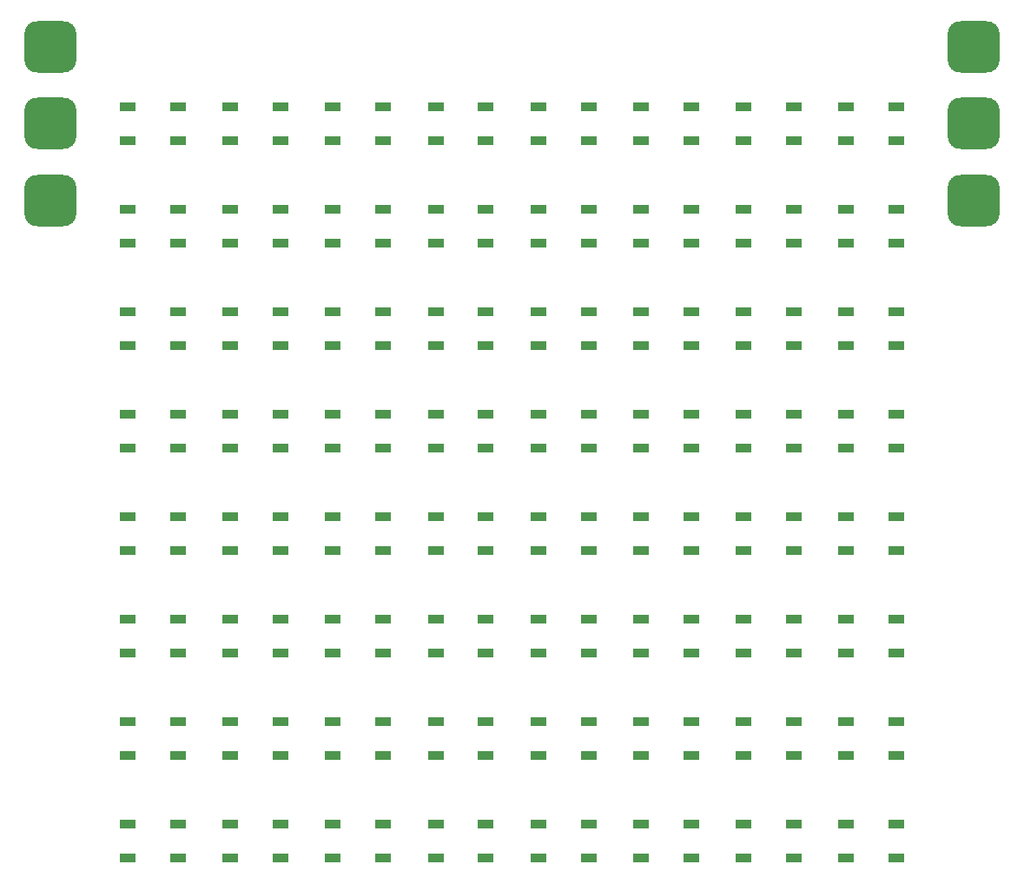
<source format=gtp>
G04 #@! TF.GenerationSoftware,KiCad,Pcbnew,8.0.4*
G04 #@! TF.CreationDate,2024-08-04T14:27:04+02:00*
G04 #@! TF.ProjectId,Neopixel,4e656f70-6978-4656-9c2e-6b696361645f,rev?*
G04 #@! TF.SameCoordinates,Original*
G04 #@! TF.FileFunction,Paste,Top*
G04 #@! TF.FilePolarity,Positive*
%FSLAX46Y46*%
G04 Gerber Fmt 4.6, Leading zero omitted, Abs format (unit mm)*
G04 Created by KiCad (PCBNEW 8.0.4) date 2024-08-04 14:27:04*
%MOMM*%
%LPD*%
G01*
G04 APERTURE LIST*
G04 Aperture macros list*
%AMRoundRect*
0 Rectangle with rounded corners*
0 $1 Rounding radius*
0 $2 $3 $4 $5 $6 $7 $8 $9 X,Y pos of 4 corners*
0 Add a 4 corners polygon primitive as box body*
4,1,4,$2,$3,$4,$5,$6,$7,$8,$9,$2,$3,0*
0 Add four circle primitives for the rounded corners*
1,1,$1+$1,$2,$3*
1,1,$1+$1,$4,$5*
1,1,$1+$1,$6,$7*
1,1,$1+$1,$8,$9*
0 Add four rect primitives between the rounded corners*
20,1,$1+$1,$2,$3,$4,$5,0*
20,1,$1+$1,$4,$5,$6,$7,0*
20,1,$1+$1,$6,$7,$8,$9,0*
20,1,$1+$1,$8,$9,$2,$3,0*%
G04 Aperture macros list end*
%ADD10R,1.500000X0.900000*%
%ADD11RoundRect,1.250000X-1.285750X-1.250000X1.285750X-1.250000X1.285750X1.250000X-1.285750X1.250000X0*%
G04 APERTURE END LIST*
D10*
G04 #@! TO.C,D49*
X87450000Y-26650000D03*
X87450000Y-23350000D03*
X82550000Y-23350000D03*
X82550000Y-26650000D03*
G04 #@! TD*
G04 #@! TO.C,D57*
X97450000Y-96650000D03*
X97450000Y-93350000D03*
X92550000Y-93350000D03*
X92550000Y-96650000D03*
G04 #@! TD*
G04 #@! TO.C,D23*
X47450000Y-86650000D03*
X47450000Y-83350000D03*
X42550000Y-83350000D03*
X42550000Y-86650000D03*
G04 #@! TD*
G04 #@! TO.C,D38*
X67450000Y-76650000D03*
X67450000Y-73350000D03*
X62550000Y-73350000D03*
X62550000Y-76650000D03*
G04 #@! TD*
G04 #@! TO.C,D33*
X67450000Y-26650000D03*
X67450000Y-23350000D03*
X62550000Y-23350000D03*
X62550000Y-26650000D03*
G04 #@! TD*
G04 #@! TO.C,D19*
X47450000Y-46650000D03*
X47450000Y-43350000D03*
X42550000Y-43350000D03*
X42550000Y-46650000D03*
G04 #@! TD*
G04 #@! TO.C,D15*
X37450000Y-36650000D03*
X37450000Y-33350000D03*
X32550000Y-33350000D03*
X32550000Y-36650000D03*
G04 #@! TD*
G04 #@! TO.C,D50*
X87450000Y-36650000D03*
X87450000Y-33350000D03*
X82550000Y-33350000D03*
X82550000Y-36650000D03*
G04 #@! TD*
G04 #@! TO.C,D1*
X27450000Y-26650000D03*
X27450000Y-23350000D03*
X22550000Y-23350000D03*
X22550000Y-26650000D03*
G04 #@! TD*
G04 #@! TO.C,D8*
X27450000Y-96650000D03*
X27450000Y-93350000D03*
X22550000Y-93350000D03*
X22550000Y-96650000D03*
G04 #@! TD*
G04 #@! TO.C,D47*
X77450000Y-36650000D03*
X77450000Y-33350000D03*
X72550000Y-33350000D03*
X72550000Y-36650000D03*
G04 #@! TD*
G04 #@! TO.C,D53*
X87450000Y-66650000D03*
X87450000Y-63350000D03*
X82550000Y-63350000D03*
X82550000Y-66650000D03*
G04 #@! TD*
G04 #@! TO.C,D59*
X97450000Y-76650000D03*
X97450000Y-73350000D03*
X92550000Y-73350000D03*
X92550000Y-76650000D03*
G04 #@! TD*
G04 #@! TO.C,D12*
X37450000Y-66650000D03*
X37450000Y-63350000D03*
X32550000Y-63350000D03*
X32550000Y-66650000D03*
G04 #@! TD*
G04 #@! TO.C,D9*
X37450000Y-96650000D03*
X37450000Y-93350000D03*
X32550000Y-93350000D03*
X32550000Y-96650000D03*
G04 #@! TD*
G04 #@! TO.C,D30*
X57450000Y-46650000D03*
X57450000Y-43350000D03*
X52550000Y-43350000D03*
X52550000Y-46650000D03*
G04 #@! TD*
G04 #@! TO.C,D34*
X67450000Y-36650000D03*
X67450000Y-33350000D03*
X62550000Y-33350000D03*
X62550000Y-36650000D03*
G04 #@! TD*
D11*
G04 #@! TO.C,5V*
X15000050Y-32500000D03*
G04 #@! TD*
D10*
G04 #@! TO.C,D42*
X77450000Y-86650000D03*
X77450000Y-83350000D03*
X72550000Y-83350000D03*
X72550000Y-86650000D03*
G04 #@! TD*
G04 #@! TO.C,D14*
X37450000Y-46650000D03*
X37450000Y-43350000D03*
X32550000Y-43350000D03*
X32550000Y-46650000D03*
G04 #@! TD*
G04 #@! TO.C,D26*
X57450000Y-86650000D03*
X57450000Y-83350000D03*
X52550000Y-83350000D03*
X52550000Y-86650000D03*
G04 #@! TD*
G04 #@! TO.C,D56*
X87450000Y-96650000D03*
X87450000Y-93350000D03*
X82550000Y-93350000D03*
X82550000Y-96650000D03*
G04 #@! TD*
G04 #@! TO.C,D3*
X27450000Y-46650000D03*
X27450000Y-43350000D03*
X22550000Y-43350000D03*
X22550000Y-46650000D03*
G04 #@! TD*
G04 #@! TO.C,D52*
X87450000Y-56650000D03*
X87450000Y-53350000D03*
X82550000Y-53350000D03*
X82550000Y-56650000D03*
G04 #@! TD*
G04 #@! TO.C,D36*
X67450000Y-56650000D03*
X67450000Y-53350000D03*
X62550000Y-53350000D03*
X62550000Y-56650000D03*
G04 #@! TD*
G04 #@! TO.C,D11*
X37450000Y-76650000D03*
X37450000Y-73350000D03*
X32550000Y-73350000D03*
X32550000Y-76650000D03*
G04 #@! TD*
G04 #@! TO.C,D27*
X57450000Y-76650000D03*
X57450000Y-73350000D03*
X52550000Y-73350000D03*
X52550000Y-76650000D03*
G04 #@! TD*
G04 #@! TO.C,D5*
X27450000Y-66650000D03*
X27450000Y-63350000D03*
X22550000Y-63350000D03*
X22550000Y-66650000D03*
G04 #@! TD*
G04 #@! TO.C,D32*
X57450000Y-26650000D03*
X57450000Y-23350000D03*
X52550000Y-23350000D03*
X52550000Y-26650000D03*
G04 #@! TD*
G04 #@! TO.C,D64*
X97450000Y-26650000D03*
X97450000Y-23350000D03*
X92550000Y-23350000D03*
X92550000Y-26650000D03*
G04 #@! TD*
D11*
G04 #@! TO.C,5V*
X105000050Y-32500000D03*
G04 #@! TD*
D10*
G04 #@! TO.C,D45*
X77450000Y-56650000D03*
X77450000Y-53350000D03*
X72550000Y-53350000D03*
X72550000Y-56650000D03*
G04 #@! TD*
G04 #@! TO.C,D18*
X47450000Y-36650000D03*
X47450000Y-33350000D03*
X42550000Y-33350000D03*
X42550000Y-36650000D03*
G04 #@! TD*
G04 #@! TO.C,D62*
X97450000Y-46650000D03*
X97450000Y-43350000D03*
X92550000Y-43350000D03*
X92550000Y-46650000D03*
G04 #@! TD*
G04 #@! TO.C,D13*
X37450000Y-56650000D03*
X37450000Y-53350000D03*
X32550000Y-53350000D03*
X32550000Y-56650000D03*
G04 #@! TD*
G04 #@! TO.C,D37*
X67450000Y-66650000D03*
X67450000Y-63350000D03*
X62550000Y-63350000D03*
X62550000Y-66650000D03*
G04 #@! TD*
G04 #@! TO.C,D22*
X47450000Y-76650000D03*
X47450000Y-73350000D03*
X42550000Y-73350000D03*
X42550000Y-76650000D03*
G04 #@! TD*
D11*
G04 #@! TO.C,Dout*
X105000000Y-25000000D03*
G04 #@! TD*
D10*
G04 #@! TO.C,D43*
X77450000Y-76650000D03*
X77450000Y-73350000D03*
X72550000Y-73350000D03*
X72550000Y-76650000D03*
G04 #@! TD*
G04 #@! TO.C,D28*
X57450000Y-66650000D03*
X57450000Y-63350000D03*
X52550000Y-63350000D03*
X52550000Y-66650000D03*
G04 #@! TD*
G04 #@! TO.C,D29*
X57450000Y-56650000D03*
X57450000Y-53350000D03*
X52550000Y-53350000D03*
X52550000Y-56650000D03*
G04 #@! TD*
G04 #@! TO.C,D54*
X87450000Y-76650000D03*
X87450000Y-73350000D03*
X82550000Y-73350000D03*
X82550000Y-76650000D03*
G04 #@! TD*
G04 #@! TO.C,D41*
X77450000Y-96650000D03*
X77450000Y-93350000D03*
X72550000Y-93350000D03*
X72550000Y-96650000D03*
G04 #@! TD*
G04 #@! TO.C,D6*
X27450000Y-76650000D03*
X27450000Y-73350000D03*
X22550000Y-73350000D03*
X22550000Y-76650000D03*
G04 #@! TD*
G04 #@! TO.C,D35*
X67450000Y-46650000D03*
X67450000Y-43350000D03*
X62550000Y-43350000D03*
X62550000Y-46650000D03*
G04 #@! TD*
G04 #@! TO.C,D40*
X67450000Y-96650000D03*
X67450000Y-93350000D03*
X62550000Y-93350000D03*
X62550000Y-96650000D03*
G04 #@! TD*
D11*
G04 #@! TO.C,TP3*
X105000050Y-17500000D03*
G04 #@! TD*
G04 #@! TO.C,GND*
X15000050Y-17500000D03*
G04 #@! TD*
D10*
G04 #@! TO.C,D58*
X97450000Y-86650000D03*
X97450000Y-83350000D03*
X92550000Y-83350000D03*
X92550000Y-86650000D03*
G04 #@! TD*
G04 #@! TO.C,D61*
X97450000Y-56650000D03*
X97450000Y-53350000D03*
X92550000Y-53350000D03*
X92550000Y-56650000D03*
G04 #@! TD*
G04 #@! TO.C,D31*
X57450000Y-36650000D03*
X57450000Y-33350000D03*
X52550000Y-33350000D03*
X52550000Y-36650000D03*
G04 #@! TD*
G04 #@! TO.C,D39*
X67450000Y-86650000D03*
X67450000Y-83350000D03*
X62550000Y-83350000D03*
X62550000Y-86650000D03*
G04 #@! TD*
D11*
G04 #@! TO.C,Din*
X15000050Y-25000000D03*
G04 #@! TD*
D10*
G04 #@! TO.C,D16*
X37450000Y-26650000D03*
X37450000Y-23350000D03*
X32550000Y-23350000D03*
X32550000Y-26650000D03*
G04 #@! TD*
G04 #@! TO.C,D44*
X77450000Y-66650000D03*
X77450000Y-63350000D03*
X72550000Y-63350000D03*
X72550000Y-66650000D03*
G04 #@! TD*
G04 #@! TO.C,D24*
X47450000Y-96650000D03*
X47450000Y-93350000D03*
X42550000Y-93350000D03*
X42550000Y-96650000D03*
G04 #@! TD*
G04 #@! TO.C,D2*
X27450000Y-36650000D03*
X27450000Y-33350000D03*
X22550000Y-33350000D03*
X22550000Y-36650000D03*
G04 #@! TD*
G04 #@! TO.C,D4*
X27450000Y-56650000D03*
X27450000Y-53350000D03*
X22550000Y-53350000D03*
X22550000Y-56650000D03*
G04 #@! TD*
G04 #@! TO.C,D51*
X87450000Y-46650000D03*
X87450000Y-43350000D03*
X82550000Y-43350000D03*
X82550000Y-46650000D03*
G04 #@! TD*
G04 #@! TO.C,D60*
X97450000Y-66650000D03*
X97450000Y-63350000D03*
X92550000Y-63350000D03*
X92550000Y-66650000D03*
G04 #@! TD*
G04 #@! TO.C,D17*
X47450000Y-26650000D03*
X47450000Y-23350000D03*
X42550000Y-23350000D03*
X42550000Y-26650000D03*
G04 #@! TD*
G04 #@! TO.C,D48*
X77450000Y-26650000D03*
X77450000Y-23350000D03*
X72550000Y-23350000D03*
X72550000Y-26650000D03*
G04 #@! TD*
G04 #@! TO.C,D46*
X77450000Y-46650000D03*
X77450000Y-43350000D03*
X72550000Y-43350000D03*
X72550000Y-46650000D03*
G04 #@! TD*
G04 #@! TO.C,D63*
X97450000Y-36650000D03*
X97450000Y-33350000D03*
X92550000Y-33350000D03*
X92550000Y-36650000D03*
G04 #@! TD*
G04 #@! TO.C,D7*
X27450000Y-86650000D03*
X27450000Y-83350000D03*
X22550000Y-83350000D03*
X22550000Y-86650000D03*
G04 #@! TD*
G04 #@! TO.C,D21*
X47450000Y-66650000D03*
X47450000Y-63350000D03*
X42550000Y-63350000D03*
X42550000Y-66650000D03*
G04 #@! TD*
G04 #@! TO.C,D55*
X87450000Y-86650000D03*
X87450000Y-83350000D03*
X82550000Y-83350000D03*
X82550000Y-86650000D03*
G04 #@! TD*
G04 #@! TO.C,D10*
X37450000Y-86650000D03*
X37450000Y-83350000D03*
X32550000Y-83350000D03*
X32550000Y-86650000D03*
G04 #@! TD*
G04 #@! TO.C,D25*
X57450000Y-96650000D03*
X57450000Y-93350000D03*
X52550000Y-93350000D03*
X52550000Y-96650000D03*
G04 #@! TD*
G04 #@! TO.C,D20*
X47450000Y-56650000D03*
X47450000Y-53350000D03*
X42550000Y-53350000D03*
X42550000Y-56650000D03*
G04 #@! TD*
M02*

</source>
